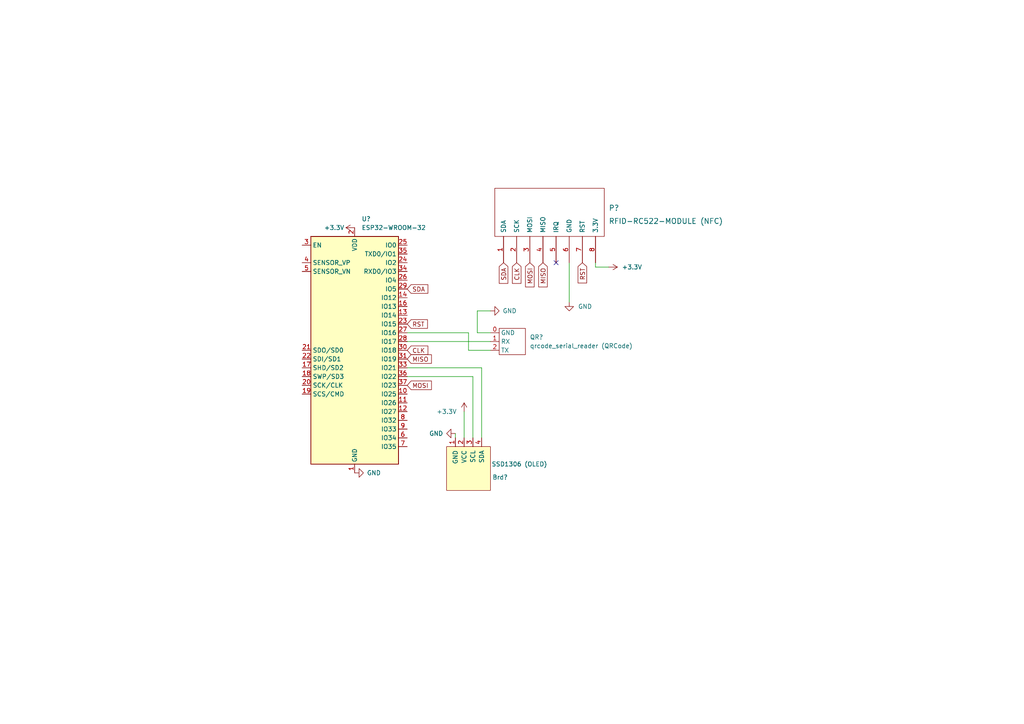
<source format=kicad_sch>
(kicad_sch (version 20211123) (generator eeschema)
  (paper "A4")
  (lib_symbols
    (symbol "ProjectLib:SSD1306" (pin_names (offset 1.016))
      (property "Reference" "Brd" (at 0 -3.81 0))
      (property "Value" "SSD1306" (at 0 -1.27 0))
      (symbol "SSD1306_0_1"
        (rectangle (start -6.35 6.35) (end 6.35 -6.35) (fill (type background)))
      )
      (symbol "SSD1306_1_1"
        (pin input line (at -3.81 8.89 270) (length 2.54) (name "GND") (number "1"))
        (pin input line (at -1.27 8.89 270) (length 2.54) (name "VCC") (number "2"))
        (pin input line (at 1.27 8.89 270) (length 2.54) (name "SCL") (number "3"))
        (pin input line (at 3.81 8.89 270) (length 2.54) (name "SDA") (number "4"))
      )
    )
    (symbol "Qrcode-reader:qrcode_serial_reader"
      (property "Reference" "QR" (at 0 5.08 0))
      (property "Value" "qrcode_serial_reader" (at 1.27 -5.08 0))
      (symbol "qrcode_serial_reader_0_1"
        (rectangle (start -3.81 3.81) (end 3.81 -3.81))
      )
      (symbol "qrcode_serial_reader_1_1"
        (pin input line (at -6.35 2.54 0) (length 2.54) (name "GND") (number "0"))
        (pin input line (at -6.35 0 0) (length 2.54) (name "RX") (number "1"))
        (pin input line (at -6.35 -2.54 0) (length 2.54) (name "TX") (number "2"))
      )
    )
    (symbol "RF_Module:ESP32-WROOM-32"
      (property "Reference" "U" (at -12.7 34.29 0))
      (property "Value" "ESP32-WROOM-32" (at 1.27 34.29 0))
      (symbol "ESP32-WROOM-32_0_1"
        (rectangle (start -12.7 33.02) (end 12.7 -33.02) (stroke (width 0.254)) (fill (type background)))
      )
      (symbol "ESP32-WROOM-32_1_1"
        (pin power_in line (at 0 -35.56 90) (length 2.54) (name "GND") (number "1"))
        (pin bidirectional line (at 15.24 -12.7 180) (length 2.54) (name "IO25") (number "10"))
        (pin bidirectional line (at 15.24 -15.24 180) (length 2.54) (name "IO26") (number "11"))
        (pin bidirectional line (at 15.24 -17.78 180) (length 2.54) (name "IO27") (number "12"))
        (pin bidirectional line (at 15.24 10.16 180) (length 2.54) (name "IO14") (number "13"))
        (pin bidirectional line (at 15.24 15.24 180) (length 2.54) (name "IO12") (number "14"))
        (pin passive line (at 0 -35.56 90) (length 2.54) hide (name "GND") (number "15"))
        (pin bidirectional line (at 15.24 12.7 180) (length 2.54) (name "IO13") (number "16"))
        (pin bidirectional line (at -15.24 -5.08 0) (length 2.54) (name "SHD/SD2") (number "17"))
        (pin bidirectional line (at -15.24 -7.62 0) (length 2.54) (name "SWP/SD3") (number "18"))
        (pin bidirectional line (at -15.24 -12.7 0) (length 2.54) (name "SCS/CMD") (number "19"))
        (pin power_in line (at 0 35.56 270) (length 2.54) (name "VDD") (number "2"))
        (pin bidirectional line (at -15.24 -10.16 0) (length 2.54) (name "SCK/CLK") (number "20"))
        (pin bidirectional line (at -15.24 0 0) (length 2.54) (name "SDO/SD0") (number "21"))
        (pin bidirectional line (at -15.24 -2.54 0) (length 2.54) (name "SDI/SD1") (number "22"))
        (pin bidirectional line (at 15.24 7.62 180) (length 2.54) (name "IO15") (number "23"))
        (pin bidirectional line (at 15.24 25.4 180) (length 2.54) (name "IO2") (number "24"))
        (pin bidirectional line (at 15.24 30.48 180) (length 2.54) (name "IO0") (number "25"))
        (pin bidirectional line (at 15.24 20.32 180) (length 2.54) (name "IO4") (number "26"))
        (pin bidirectional line (at 15.24 5.08 180) (length 2.54) (name "IO16") (number "27"))
        (pin bidirectional line (at 15.24 2.54 180) (length 2.54) (name "IO17") (number "28"))
        (pin bidirectional line (at 15.24 17.78 180) (length 2.54) (name "IO5") (number "29"))
        (pin input line (at -15.24 30.48 0) (length 2.54) (name "EN") (number "3"))
        (pin bidirectional line (at 15.24 0 180) (length 2.54) (name "IO18") (number "30"))
        (pin bidirectional line (at 15.24 -2.54 180) (length 2.54) (name "IO19") (number "31"))
        (pin no_connect line (at -12.7 -27.94 0) (length 2.54) hide (name "NC") (number "32"))
        (pin bidirectional line (at 15.24 -5.08 180) (length 2.54) (name "IO21") (number "33"))
        (pin bidirectional line (at 15.24 22.86 180) (length 2.54) (name "RXD0/IO3") (number "34"))
        (pin bidirectional line (at 15.24 27.94 180) (length 2.54) (name "TXD0/IO1") (number "35"))
        (pin bidirectional line (at 15.24 -7.62 180) (length 2.54) (name "IO22") (number "36"))
        (pin bidirectional line (at 15.24 -10.16 180) (length 2.54) (name "IO23") (number "37"))
        (pin passive line (at 0 -35.56 90) (length 2.54) hide (name "GND") (number "38"))
        (pin passive line (at 0 -35.56 90) (length 2.54) hide (name "GND") (number "39"))
        (pin input line (at -15.24 25.4 0) (length 2.54) (name "SENSOR_VP") (number "4"))
        (pin input line (at -15.24 22.86 0) (length 2.54) (name "SENSOR_VN") (number "5"))
        (pin input line (at 15.24 -25.4 180) (length 2.54) (name "IO34") (number "6"))
        (pin input line (at 15.24 -27.94 180) (length 2.54) (name "IO35") (number "7"))
        (pin bidirectional line (at 15.24 -20.32 180) (length 2.54) (name "IO32") (number "8"))
        (pin bidirectional line (at 15.24 -22.86 180) (length 2.54) (name "IO33") (number "9"))
      )
    )
    (symbol "power:+3.3V" (power) (pin_names (offset 0))
      (property "Value" "+3.3V" (at 0 3.556 0))
      (symbol "+3.3V_0_1"
        (polyline (pts (xy -0.762 1.27) (xy 0 2.54)))
        (polyline (pts (xy 0 0) (xy 0 2.54)))
        (polyline (pts (xy 0 2.54) (xy 0.762 1.27)))
      )
      (symbol "+3.3V_1_1"
        (pin power_in line (at 0 0 90) (length 0) hide (name "+3.3V") (number "1"))
      )
    )
    (symbol "power:GND" (power) (pin_names (offset 0))
      (property "Value" "GND" (at 0 -3.81 0))
      (symbol "GND_0_1"
        (polyline (pts (xy 0 0) (xy 0 -1.27) (xy 1.27 -1.27) (xy 0 -2.54) (xy -1.27 -1.27) (xy 0 -1.27)))
      )
      (symbol "GND_1_1"
        (pin power_in line (at 0 0 270) (length 0) hide (name "GND") (number "1"))
      )
    )
    (symbol "rfid lib:RFID-RC522-MODULE" (pin_names (offset 1.016))
      (property "Reference" "P" (at 0 1.27 0))
      (property "Value" "RFID-RC522-MODULE" (at -1.27 3.81 0))
      (symbol "RFID-RC522-MODULE_0_1"
        (rectangle (start -16.51 7.62) (end 15.24 -6.35))
      )
      (symbol "RFID-RC522-MODULE_1_1"
        (pin input line (at -13.97 -13.97 90) (length 7.62) (name "SDA") (number "1"))
        (pin input line (at -10.16 -13.97 90) (length 7.62) (name "SCK") (number "2"))
        (pin input line (at -6.35 -13.97 90) (length 7.62) (name "MOSI") (number "3"))
        (pin input line (at -2.54 -13.97 90) (length 7.62) (name "MISO") (number "4"))
        (pin input line (at 1.27 -13.97 90) (length 7.62) (name "IRQ") (number "5"))
        (pin input line (at 5.08 -13.97 90) (length 7.62) (name "GND") (number "6"))
        (pin input line (at 8.89 -13.97 90) (length 7.62) (name "RST") (number "7"))
        (pin input line (at 12.7 -13.97 90) (length 7.62) (name "3.3V") (number "8"))
      )
    )
  )
  (no_connect (at 161.29 76.2))
  (wire (pts (xy 135.89 96.52) (xy 135.89 101.6)))
  (wire (pts (xy 139.7 106.68) (xy 139.7 127)))
  (wire (pts (xy 172.72 77.47) (xy 176.53 77.47)))
  (wire (pts (xy 138.43 90.17) (xy 138.43 96.52)))
  (wire (pts (xy 138.43 96.52) (xy 142.24 96.52)))
  (wire (pts (xy 118.11 96.52) (xy 135.89 96.52)))
  (wire (pts (xy 137.16 109.22) (xy 118.11 109.22)))
  (wire (pts (xy 142.24 101.6) (xy 135.89 101.6)))
  (wire (pts (xy 172.72 76.2) (xy 172.72 77.47)))
  (wire (pts (xy 139.7 106.68) (xy 118.11 106.68)))
  (wire (pts (xy 134.62 119.38) (xy 134.62 127)))
  (wire (pts (xy 137.16 109.22) (xy 137.16 127)))
  (wire (pts (xy 165.1 87.63) (xy 165.1 76.2)))
  (wire (pts (xy 138.43 90.17) (xy 142.24 90.17)))
  (wire (pts (xy 132.08 125.73) (xy 132.08 127)))
  (wire (pts (xy 118.11 99.06) (xy 142.24 99.06)))
  (global_label "RST" (shape input) (at 118.11 93.98 0) (property "Références Inter-Feuilles" "${INTERSHEET_REFS}" (effects hide)))
  (global_label "MISO" (shape input) (at 118.11 104.14 0) (property "Références Inter-Feuilles" "${INTERSHEET_REFS}" (effects hide)))
  (global_label "RST" (shape input) (at 168.91 76.2 270) (property "Références Inter-Feuilles" "${INTERSHEET_REFS}" (effects hide)))
  (global_label "CLK" (shape input) (at 149.86 76.2 270) (property "Références Inter-Feuilles" "${INTERSHEET_REFS}" (effects hide)))
  (global_label "CLK" (shape input) (at 118.11 101.6 0) (property "Références Inter-Feuilles" "${INTERSHEET_REFS}" (effects hide)))
  (global_label "MOSI" (shape input) (at 153.67 76.2 270) (property "Références Inter-Feuilles" "${INTERSHEET_REFS}" (effects hide)))
  (global_label "SDA" (shape input) (at 146.05 76.2 270) (property "Références Inter-Feuilles" "${INTERSHEET_REFS}" (effects hide)))
  (global_label "MISO" (shape input) (at 157.48 76.2 270) (property "Références Inter-Feuilles" "${INTERSHEET_REFS}" (effects hide)))
  (global_label "SDA" (shape input) (at 118.11 83.82 0) (property "Références Inter-Feuilles" "${INTERSHEET_REFS}" (effects hide)))
  (global_label "MOSI" (shape input) (at 118.11 111.76 0) (property "Références Inter-Feuilles" "${INTERSHEET_REFS}" (effects hide)))
  (symbol (lib_id "RF_Module:ESP32-WROOM-32") (at 102.87 101.6 0) (unit 1)
    (property "Reference" "U?" (at 104.8894 63.5 0) (effects (justify left)))
    (property "Value" "ESP32-WROOM-32" (at 104.8894 66.04 0) (effects (justify left)))
    (property "Footprint" "RF_Module:ESP32-WROOM-32" (effects hide))
    (property "Datasheet" "https://www.espressif.com/sites/default/files/documentation/esp32-wroom-32_datasheet_en.pdf" (effects hide))
  )
  (symbol (lib_id "ProjectLib:SSD1306") (at 135.89 135.89 0) (unit 1)
    (property "Reference" "Brd?" (at 147.32 138.43 0) (effects (justify right)))
    (property "Value" "SSD1306 (OLED)" (at 158.75 134.62 0) (effects (justify right)))
  )
  (symbol (lib_id "power:GND") (at 142.24 90.17 90) (unit 1)
    (property "Reference" "#PWR?" (effects hide))
    (property "Value" "GND" (at 149.86 90.17 90) (effects (justify left)))
  )
  (symbol (lib_id "power:+3.3V") (at 102.87 66.04 90) (unit 1)
    (property "Reference" "#PWR?" (effects hide))
    (property "Value" "+3.3V" (at 93.98 66.04 90) (effects (justify right)))
  )
  (symbol (lib_id "power:GND") (at 165.1 87.63 0) (unit 1)
    (property "Reference" "#PWR?" (effects hide))
    (property "Value" "GND" (at 167.64 88.8999 0) (effects (justify left)))
  )
  (symbol (lib_id "Qrcode-reader:qrcode_serial_reader") (at 148.59 99.06 0) (unit 1)
    (property "Reference" "QR?" (at 153.67 97.7899 0) (effects (justify left)))
    (property "Value" "qrcode_serial_reader (QRCode)" (at 153.67 100.3299 0) (effects (justify left)))
  )
  (symbol (lib_id "rfid lib:RFID-RC522-MODULE") (at 160.02 62.23 0) (unit 1)
    (property "Reference" "P?" (at 176.53 60.325 0) (effects (font (size 1.524 1.524)) (justify left)))
    (property "Value" "RFID-RC522-MODULE (NFC)" (at 176.53 64.135 0) (effects (font (size 1.524 1.524)) (justify left)))
  )
  (symbol (lib_id "power:+3.3V") (at 176.53 77.47 270) (unit 1)
    (property "Reference" "#PWR?" (effects hide))
    (property "Value" "+3.3V" (at 180.34 77.4699 90) (effects (justify left)))
  )
  (symbol (lib_id "power:GND") (at 102.87 137.16 90) (unit 1)
    (property "Reference" "#PWR?" (effects hide))
    (property "Value" "GND" (at 110.49 137.16 90) (effects (justify left)))
  )
  (symbol (lib_id "power:GND") (at 132.08 125.73 270) (unit 1)
    (property "Reference" "#PWR?" (effects hide))
    (property "Value" "GND" (at 124.46 125.73 90) (effects (justify left)))
  )
  (symbol (lib_id "power:+3.3V") (at 134.62 119.38 0) (unit 1)
    (property "Reference" "#PWR?" (effects hide))
    (property "Value" "+3.3V" (at 129.54 119.38 0))
  )
)
</source>
